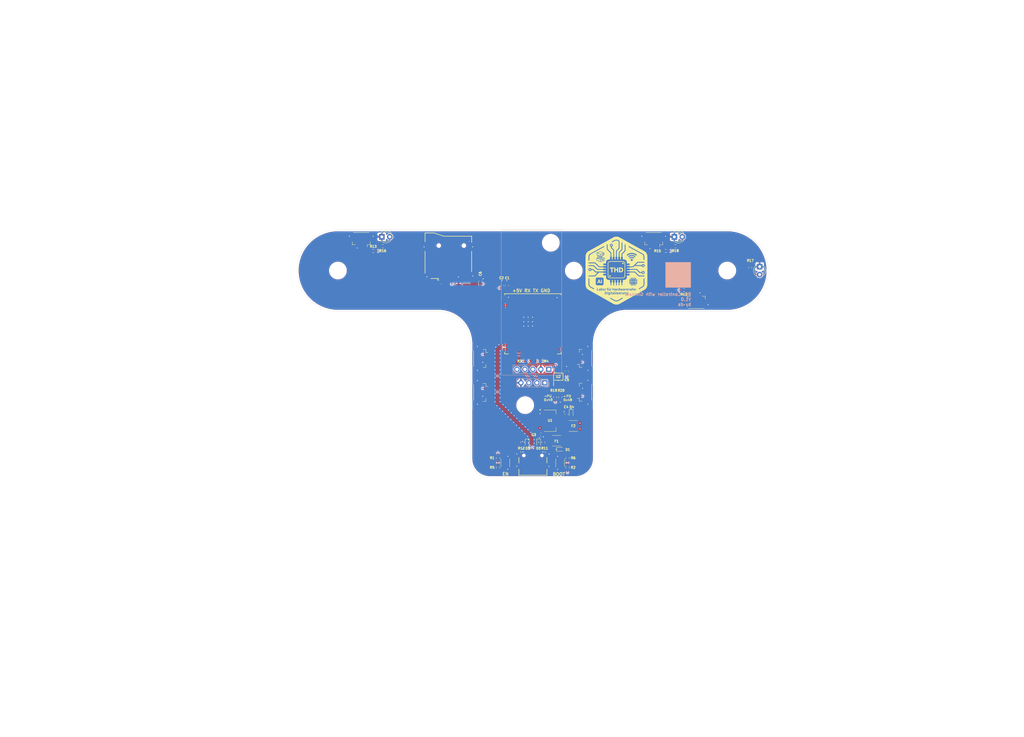
<source format=kicad_pcb>
(kicad_pcb (version 20241229) (generator "pcbnew") (generator_version "9.0")
  (layers (0 "F.Cu" signal) (4 "In1.Cu" signal) (6 "In2.Cu" signal) (2 "B.Cu" signal) (13 "F.Paste" user) (15 "B.Paste" user) (5 "F.SilkS" user "F.Silkscreen") (7 "B.SilkS" user "B.Silkscreen") (1 "F.Mask" user) (3 "B.Mask" user) (25 "Edge.Cuts" user))
  (net 0 "")
  (net 1 "+3V3")
  (net 2 "GND")
  (net 3 "+5V")
  (net 4 "Net-(U1-VO)")
  (net 5 "/ESP32/USB_N")
  (net 6 "/ESP32/USB_P")
  (net 7 "Net-(D5-A)")
  (net 8 "Net-(D6-A)")
  (net 9 "Net-(D7-A)")
  (net 10 "Net-(F1-Pad2)")
  (net 12 "ESP_EN")
  (net 16 "/ESP32/IO_Man_Auto_Mode")
  (net 19 "/ESP32/SD_MOSI")
  (net 22 "/ADS1015/SCL")
  (net 23 "/ESP32/SD_CS")
  (net 24 "BOOT0")
  (net 25 "/ESP32/SD_CLK")
  (net 30 "/ESP32/IO_Arm")
  (net 31 "/ESP32/IO_Failsafe")
  (net 33 "/ESP32/SD_MISO")
  (net 36 "/ELRS_Transceiver/SPORT")
  (net 41 "/ADS1015/SDA")
  (net 42 "/ADS1015/AIO1")
  (net 43 "/ADS1015/AIO0")
  (net 44 "/ADS1015/AIO3")
  (net 45 "/ADS1015/AIO2")
  (net 46 "Net-(J5-CC2)")
  (net 48 "Net-(J5-CC1)")
  (net 50 "Net-(J6-Pin_1)")
  (net 51 "Net-(J7-Pin_1)")
  (net 52 "Net-(J8-Pin_1)")
  (net 53 "TX")
  (net 54 "RX")
  (net 58 "Net-(SW1-A)")
  (net 59 "Net-(SW2-A)")
  (net 60 "Net-(U2-ADDR)")
  (footprint "MountingHole:MountingHole_2.7mm_M2.5" (layer "F.Cu") (at 161.5694 68.9356)
    (property "Reference" "H4" (hide yes))
    (property "Value" "MountingHole")
  )
  (footprint "Resistor_SMD:R_0603_1608Metric" (layer "F.Cu") (at 159.5882 128.651 -90)
    (property "Reference" "R6")
    (property "Value" "470R")
  )
  (footprint "ProjectFootprints:KMR421NGLFS" (layer "F.Cu") (at 157.226 130.175 90)
    (property "Reference" "SW2" (hide yes))
    (property "Value" "KMR421NGLFS")
  )
  (footprint "Resistor_SMD:R_0603_1608Metric" (layer "F.Cu") (at 190.881 62.6618)
    (property "Reference" "R15")
    (property "Value" "10k")
  )
  (footprint "LED_THT:LED_D3.0mm" (layer "F.Cu") (at 193.5988 58.15395)
    (property "Reference" "D7" (hide yes))
    (property "Value" "LED_Red")
  )
  (footprint "Connector_Molex:Molex_PicoBlade_53398-0371_1x03-1MP_P1.25mm_Vertical" (layer "F.Cu") (at 200.5684 78.3068)
    (property "Reference" "J7" (hide yes))
    (property "Value" "JST_MOLEX-1.25-3P")
  )
  (footprint "ProjectFootprints:USB_C_2.0" (layer "F.Cu") (at 148.5392 130.175)
    (property "Reference" "J5" (hide yes))
    (property "Value" "USB_C_2.0" (hide yes))
  )
  (footprint "Resistor_SMD:R_0603_1608Metric" (layer "F.Cu") (at 145.2264 123.6446 90)
    (property "Reference" "R12")
    (property "Value" "5k1")
  )
  (footprint "ProjectFootprints:ADS1015IDGSR" (layer "F.Cu") (at 156.6418 102.7176 90)
    (property "Reference" "U2")
    (property "Value" "ADS1015IDGSR" (hide yes))
  )
  (footprint "MountingHole:MountingHole_2.7mm_M2.5" (layer "F.Cu") (at 146.0754 111.8108)
    (property "Reference" "H1" (hide yes))
    (property "Value" "MountingHole")
  )
  (footprint "Capacitor_SMD:C_0603_1608Metric" (layer "F.Cu") (at 140.2588 73.6854 90)
    (property "Reference" "C1")
    (property "Value" "100n")
  )
  (footprint "LED_THT:LED_D3.0mm" (layer "F.Cu") (at 220.7768 67.6402 -90)
    (property "Reference" "D6" (hide yes))
    (property "Value" "LED_Red")
  )
  (footprint "Connector_Molex:Molex_PicoBlade_53398-0371_1x03-1MP_P1.25mm_Vertical" (layer "F.Cu") (at 187.0202 59.4614 180)
    (property "Reference" "J8" (hide yes))
    (property "Value" "JST_MOLEX-1.25-3P")
  )
  (footprint "MountingHole:MountingHole_2.7mm_M2.5" (layer "F.Cu") (at 86.431885 68.897106)
    (property "Reference" "H2" (hide yes))
    (property "Value" "MountingHole")
  )
  (footprint "Resistor_SMD:R_0603_1608Metric" (layer "F.Cu") (at 97.6884 62.6618)
    (property "Reference" "R13")
    (property "Value" "10k")
  )
  (footprint "Connector_Molex:Molex_PicoBlade_53398-0371_1x03-1MP_P1.25mm_Vertical" (layer "F.Cu") (at 164.55 107.696 90)
    (property "Reference" "J2" (hide yes))
    (property "Value" "JST_MOLEX-1.25-3P")
  )
  (footprint "Resistor_SMD:R_0603_1608Metric" (layer "F.Cu") (at 100.7364 61.1632 180)
    (property "Reference" "R16")
    (property "Value" "120R")
  )
  (footprint "Connector_Molex:Molex_PicoBlade_53398-0371_1x03-1MP_P1.25mm_Vertical" (layer "F.Cu") (at 132.3594 96.901 -90)
    (property "Reference" "J3" (hide yes))
    (property "Value" "JST_MOLEX-1.25-3P")
  )
  (footprint "Resistor_SMD:R_0603_1608Metric" (layer "F.Cu") (at 159.5882 131.699 -90)
    (property "Reference" "R2")
    (property "Value" "12k")
  )
  (footprint "Resistor_SMD:R_0603_1608Metric" (layer "F.Cu") (at 217.7796 67.9704 90)
    (property "Reference" "R17")
    (property "Value" "120R")
  )
  (footprint "Diode_SMD:D_SOD-523" (layer "F.Cu") (at 157.3276 125.8824)
    (property "Reference" "D1")
    (property "Value" "ESD5Zxx")
  )
  (footprint "Resistor_SMD:R_0603_1608Metric" (layer "F.Cu") (at 193.9462 61.15805 180)
    (property "Reference" "R18")
    (property "Value" "120R")
  )
  (footprint "Resistor_SMD:R_0603_1608Metric" (layer "F.Cu") (at 150.0754 97.8154 180)
    (property "Reference" "R4")
    (property "Value" "2k2")
  )
  (footprint "Connector_Molex:Molex_PicoBlade_53398-0371_1x03-1MP_P1.25mm_Vertical" (layer "F.Cu") (at 164.55 96.8756 90)
    (property "Reference" "J1" (hide yes))
    (property "Value" "JST_MOLEX-1.25-3P")
  )
  (footprint "Capacitor_SMD:C_0603_1608Metric" (layer "F.Cu") (at 138.7218 73.6854 90)
    (property "Reference" "C2")
    (property "Value" "22u")
  )
  (footprint "Diode_SMD:D_SOD-523" (layer "F.Cu") (at 150.3572 123.8732 -90)
    (property "Reference" "D3")
    (property "Value" "ESD5Zxx")
  )
  (footprint "ProjectFootprints:KMR421NGLFS" (layer "F.Cu") (at 139.7762 130.175 -90)
    (property "Reference" "SW1" (hide yes))
    (property "Value" "KMR421NGLFS")
  )
  (footprint "Resistor_SMD:R_0603_1608Metric" (layer "F.Cu") (at 155.6512 109.2708 90)
    (property "Reference" "R19")
    (property "Value" "10k")
  )
  (footprint "Connector_Molex:Molex_PicoBlade_53398-0371_1x03-1MP_P1.25mm_Vertical" (layer "F.Cu") (at 132.3594 107.7468 -90)
    (property "Reference" "J4" (hide yes))
    (property "Value" "JST_MOLEX-1.25-3P")
  )
  (footprint "Resistor_SMD:R_0603_1608Metric" (layer "F.Cu") (at 151.8558 123.6446 90)
    (property "Reference" "R11")
    (property "Value" "5k1")
  )
  (footprint "Connector_Molex:Molex_PicoBlade_53398-0371_1x03-1MP_P1.25mm_Vertical" (layer "F.Cu") (at 93.8476 59.456 180)
    (property "Reference" "J6" (hide yes))
    (property "Value" "JST_MOLEX-1.25-3P")
  )
  (footprint "ProjectFootprints:MSD1A" (layer "F.Cu") (at 121.612199 64.841 180)
    (property "Reference" "J11" (hide yes))
    (property "Value" "Micro_SD_Card" (hide yes))
  )
  (footprint "ProjectFootprints:logo" (layer "F.Cu") (at 175.1584 68.9102)
    (property "Reference" "G***" (hide yes))
    (property "Value" "LOGO" (hide yes))
  )
  (footprint "Capacitor_SMD:C_0603_1608Metric" (layer "F.Cu") (at 151.0884 121.2128)
    (property "Reference" "C3")
    (property "Value" "1uF")
  )
  (footprint "Resistor_SMD:R_0603_1608Metric" (layer "F.Cu") (at 157.2592 109.2804 -90)
    (property "Reference" "R20")
    (property "Value" "10k")
  )
  (footprint "Diode_SMD:D_SOD-523" (layer "F.Cu") (at 160.7404 114.4564 -90)
    (property "Reference" "D4")
    (property "Value" "ESD5Zxx")
  )
  (footprint "Capacitor_SMD:C_0603_1608Metric" (layer "F.Cu") (at 159.2834 101.0412 90)
    (property "Reference" "C5")
    (property "Value" "100n")
  )
  (footprint "Resistor_SMD:R_0603_1608Metric" (layer "F.Cu") (at 147.0406 97.8154)
    (property "Reference" "R3")
    (property "Value" "2k2")
  )
  (footprint "MountingHole:MountingHole_2.7mm_M2.5" (layer "F.Cu") (at 210.450304 68.897406)
    (property "Reference" "H3" (hide yes))
    (property "Value" "MountingHole")
  )
  (footprint "Capacitor_SMD:C_0603_1608Metric" (layer "F.Cu") (at 131.8006 72.2884 90)
    (property "Reference" "C6")
    (property "Value" "100n")
  )
  (footprint "Diode_SMD:D_SOD-523" (layer "F.Cu") (at 146.725 123.8732 -90)
    (property "Reference" "D2")
    (property "Value" "ESD5Zxx")
  )
  (footprint "LED_THT:LED_D3.0mm" (layer "F.Cu") (at 100.4062 58.1406)
    (property "Reference" "D5" (hide yes))
    (property "Value" "LED_Blue")
  )
  (footprint "Fuse:Fuse_1812_4532Metric" (layer "F.Cu") (at 161.4262 118.4442 180)
    (property "Reference" "F2")
    (property "Value" "Fuse_1812")
  )
  (footprint "Package_TO_SOT_SMD:SOT-223-3_TabPin2" (layer "F.Cu") (at 153.9998 116.7892)
    (property "Reference" "U1")
    (property "Value" "TLV1117LV33DCYR")
  )
  (footprint "Resistor_SMD:R_0603_1608Metric" (layer "F.Cu") (at 137.414 131.699 90)
    (property "Reference" "R5")
    (property "Value" "470R")
  )
  (footprint "Resistor_SMD:R_0603_1608Metric" (layer "F.Cu") (at 137.414 128.651 90)
    (property "Reference" "R1")
    (property "Value" "12k")
  )
  (footprint "Fuse:Fuse_1812_4532Metric" (layer "F.Cu") (at 156.083 123.1476 180)
    (property "Reference" "F1")
    (property "Value" "Fuse_1812")
  )
  (footprint "Resistor_SMD:R_0603_1608Metric" (layer "F.Cu") (at 196.6976 75.1078 180)
    (property "Reference" "R14")
    (property "Value" "10k")
  )
  (footprint "Capacitor_SMD:C_0603_1608Metric" (layer "F.Cu") (at 159.2164 114.685 90)
    (property "Reference" "C4")
    (property "Value" "1uF")
  )
  (footprint "ProjectFootprints:ESP32-S3-WROOM-1U-N16" (layer "F.Cu") (at 148.5376 85.8786)
    (property "Reference" "IC1" (hide yes))
    (property "Value" "ESP32-S3-WROOM-1U-N16" (hide yes))
  )
  (footprint "Connector_PinHeader_2.54mm:PinHeader_1x04_P2.54mm_Vertical" (layer "B.Cu") (at 152.3392 104.6734 90)
    (property "Reference" "J9" (hide yes))
    (property "Value" "TTL_Header")
  )
  (footprint "ProjectFootprints:SX1280_Transceiver" (layer "B.Cu") (at 148.8694 51.3588 180)
    (property "Reference" "J10" (hide yes))
    (property "Value" "Transceiver_Socket")
  )
  (gr_rect (start 190.8058 66.2696) (end 198.8058 74.2696) (stroke (width 0.1)) (fill yes) (layer "B.SilkS"))
  (gr_line (start 128.763895 128.905077) (end 128.759588 92.1255) (stroke (width 0.05)) (layer "Edge.Cuts"))
  (gr_arc (start 118.525551 81.889) (mid 125.762258 84.888072) (end 128.759588 92.1255) (stroke (width 0.05)) (layer "Edge.Cuts"))
  (gr_arc (start 86.431894 81.889106) (mid 77.245938 78.083413) (end 73.441094 68.897106) (stroke (width 0.05)) (layer "Edge.Cuts"))
  (gr_arc (start 168.1226 92.1258) (mid 171.11993 84.888372) (end 178.356637 81.8893) (stroke (width 0.05)) (layer "Edge.Cuts"))
  (gr_line (start 168.126905 128.905377) (end 168.1226 92.1258) (stroke (width 0.05)) (layer "Edge.Cuts"))
  (gr_line (start 178.356637 81.8893) (end 210.450294 81.889406) (stroke (width 0.05)) (layer "Edge.Cuts"))
  (gr_line (start 86.431875 55.905106) (end 210.450313 55.905406) (stroke (width 0.05)) (layer "Edge.Cuts"))
  (gr_arc (start 223.441094 68.897406) (mid 219.63625 78.083713) (end 210.450294 81.889406) (stroke (width 0.05)) (layer "Edge.Cuts"))
  (gr_arc (start 168.126905 128.905377) (mid 166.368141 133.145447) (end 162.126906 134.9014) (stroke (width 0.05)) (layer "Edge.Cuts"))
  (gr_arc (start 210.450313 55.905406) (mid 219.636256 59.711106) (end 223.441094 68.897406) (stroke (width 0.05)) (layer "Edge.Cuts"))
  (gr_arc (start 134.763894 134.9011) (mid 130.522659 133.145147) (end 128.763895 128.905077) (stroke (width 0.05)) (layer "Edge.Cuts"))
  (gr_arc (start 73.441094 68.897106) (mid 77.245932 59.710806) (end 86.431875 55.905106) (stroke (width 0.05)) (layer "Edge.Cuts"))
  (gr_line (start 118.525551 81.889) (end 86.431894 81.889106) (stroke (width 0.05)) (layer "Edge.Cuts"))
  (gr_line (start 134.763894 134.9011) (end 162.126906 134.9014) (stroke (width 0.05)) (layer "Edge.Cuts"))
  (gr_text "EN" (at 138.7094 134.3406 0) (layer "F.SilkS") (effects (font (size 1 1) (thickness 0.2) (bold yes)) (justify left bottom)))
  (gr_text "←PD\n0x48" (at 158.1658 110.5916 0) (layer "F.SilkS") (effects (font (size 0.75 0.75) (thickness 0.15) (bold yes)) (justify left bottom)))
  (gr_text "BOOT" (at 154.7622 134.3914 0) (layer "F.SilkS") (effects (font (size 1 1) (thickness 0.2) (bold yes)) (justify left bottom)))
  (gr_text "→PU\n0x49" (at 151.9682 110.5662 0) (layer "F.SilkS") (effects (font (size 0.75 0.75) (thickness 0.15) (bold yes)) (justify left bottom)))
  (gr_text "+5V RX TX GND" (at 141.8844 75.8952 0) (layer "F.SilkS") (effects (font (size 1 1) (thickness 0.2) (bold yes)) (justify left bottom)))
  (gr_text "RC-Controller with Gimbals\nV1.0\nby ds" (at 199.0598 80.264 -0) (layer "B.SilkS") (effects (font (size 1 1) (thickness 0.2) (bold yes)) (justify left bottom mirror)))
  (segment (start 158.4328 101.8162) (end 159.2834 101.8162) (width 0.2) (layer "F.Cu") (net 1))
  (segment (start 155.6512 110.8202) (end 155.702 110.871) (width 0.2) (layer "F.Cu") (net 1))
  (segment (start 163.4074 118.4442) (end 163.5637 118.4442) (width 0.3) (layer "F.Cu") (net 1))
  (segment (start 138.0998 78.4733) (end 138.0998 76.2254) (width 0.2) (layer "F.Cu") (net 1))
  (segment (start 140.2588 75.565) (end 140.2588 74.4604) (width 0.2) (layer "F.Cu") (net 1))
  (segment (start 132.588 106.4514) (end 132.593399 106.4568) (width 0.2) (layer "F.Cu") (net 1))
  (segment (start 159.2834 102.6668) (end 159.3088 102.6922) (width 0.3) (layer "F.Cu") (net 1))
  (segment (start 159.2834 101.8162) (end 159.2834 102.6668) (width 0.3) (layer "F.Cu") (net 1))
  (segment (start 159.5882 133.2992) (end 159.5628 133.3246) (width 0.2) (layer "F.Cu") (net 1))
  (segment (start 160.7404 115.1564) (end 160.7404 118.0632) (width 0.3) (layer "F.Cu") (net 1))
  (segment (start 155.6512 110.0958) (end 155.6512 110.8202) (width 0.2) (layer "F.Cu") (net 1))
  (segment (start 98.5134 62.6618) (end 99.314 62.6618) (width 0.2) (layer "F.Cu") (net 1))
  (segment (start 156.7942 99.3394) (end 158.115 99.3394) (width 0.2) (layer "F.Cu") (net 1))
  (segment (start 122.662199 73.157599) (end 122.682 73.1774) (width 0.2) (layer "F.Cu") (net 1))
  (segment (start 161.1214 118.4442) (end 163.4074 118.4442) (width 0.3) (layer "F.Cu") (net 1))
  (segment (start 151.6634 97.8154) (end 151.6888 97.79) (width 0.2) (layer "F.Cu") (net 1))
  (segment (start 139.8524 75.9714) (end 140.2588 75.565) (width 0.2) (layer "F.Cu") (net 1))
  (segment (start 137.414 127.826) (end 137.414 127.0762) (width 0.2) (layer "F.Cu") (net 1))
  (segment (start 137.8582 74.4604) (end 137.8458 74.4728) (width 0.3) (layer "F.Cu") (net 1))
  (segment (start 158.115 99.3394) (end 158.2928 99.5172) (width 0.2) (layer "F.Cu") (net 1))
  (segment (start 146.2156 97.8154) (end 145.4658 97.8154) (width 0.2) (layer "F.Cu") (net 1))
  (segment (start 138.7218 74.4604) (end 137.8582 74.4604) (width 0.3) (layer "F.Cu") (net 1))
  (segment (start 164.3326 108.9606) (end 163.3 108.9606) (width 0.2) (layer "F.Cu") (net 1))
  (segment (start 156.6418 100.5176) (end 156.6418 99.4918) (width 0.2) (layer "F.Cu") (net 1))
  (segment (start 158.2928 101.6762) (end 158.4328 101.8162) (width 0.2) (layer "F.Cu") (net 1))
  (segment (start 138.0998 76.2254) (end 138.3538 75.9714) (width 0.2) (layer "F.Cu") (net 1))
  (segment (start 131.9146 73.1774) (end 131.8006 73.0634) (width 0.2) (layer "F.Cu") (net 1))
  (segment (start 132.568 95.6364) (end 133.6006 95.6364) (width 0.2) (layer "F.Cu") (net 1))
  (segment (start 139.7876 78.7386) (end 138.3651 78.7386) (width 0.2) (layer "F.Cu") (net 1))
  (segment (start 158.2928 99.5172) (end 158.2928 101.6762) (width 0.2) (layer "F.Cu") (net 1))
  (segment (start 160.7404 118.0632) (end 161.1214 118.4442) (width 0.3) (layer "F.Cu") (net 1))
  (segment (start 138.3538 75.9714) (end 139.8524 75.9714) (width 0.2) (layer "F.Cu") (net 1))
  (segment (start 132.5626 95.631) (end 132.568 95.6364) (width 0.2) (layer "F.Cu") (net 1))
  (segment (start 140.2588 74.4604) (end 138.7218 74.4604) (width 0.3) (layer "F.Cu") (net 1))
  (segment (start 191.706 62.6618) (end 192.4304 62.6618) (width 0.2) (layer "F.Cu") (net 1))
  (segment (start 195.8726 75.1078) (end 195.0974 75.1078) (width 0.2) (layer "F.Cu") (net 1))
  (segment (start 164.3072 98.1402) (end 163.2746 98.1402) (width 0.2) (layer "F.Cu") (net 1))
  (segment (start 164.338 108.966) (end 164.3326 108.9606) (width 0.2) (layer "F.Cu") (net 1))
  (segment (start 150.9004 97.8154) (end 151.6634 97.8154) (width 0.2) (layer "F.Cu") (net 1))
  (segment (start 159.5882 132.524) (end 159.5882 133.2992) (width 0.2) (layer "F.Cu") (net 1))
  (segment (start 138.3651 78.7386) (end 138.0998 78.4733) (width 0.2) (layer "F.Cu") (net 1))
  (segment (start 132.6388 73.1774) (end 131.9146 73.1774) (width 0.2) (layer "F.Cu") (net 1))
  (segment (start 122.662199 71.941) (end 122.662199 73.157599) (width 0.2) (layer "F.Cu") (net 1))
  (segment (start 192.4304 62.6618) (end 192.4558 62.6872) (width 0.2) (layer "F.Cu") (net 1))
  (segment (start 132.593399 106.4568) (end 133.626 106.4568) (width 0.2) (layer "F.Cu") (net 1))
  (segment (start 164.3126 98.1456) (end 164.3072 98.1402) (width 0.2) (layer "F.Cu") (net 1))
  (segment (start 156.6418 99.4918) (end 156.7942 99.3394) (width 0.2) (layer "F.Cu") (net 1))
  (via (at 159.5628 133.3246) (size 0.6) (drill 0.3) (layers "F.Cu" "B.Cu") (net 1))
  (via (at 122.682 73.1774) (size 0.6) (drill 0.3) (layers "F.Cu" "B.Cu") (net 1))
  (via (at 132.588 106.4514) (size 0.6) (drill 0.3) (layers "F.Cu" "B.Cu") (net 1))
  (via (at 137.414 127.0762) (size 0.6) (drill 0.3) (layers "F.Cu" "B.Cu") (net 1))
  (via (at 151.6888 97.79) (size 0.6) (drill 0.3) (layers "F.Cu" "B.Cu") (net 1))
  (via (at 155.702 110.871) (size 0.6) (drill 0.3) (layers "F.Cu" "B.Cu") (net 1))
  (via (at 132.6388 73.1774) (size 0.6) (drill 0.3) (layers "F.Cu" "B.Cu") (net 1))
  (via (at 132.5626 95.631) (size 0.6) (drill 0.3) (layers "F.Cu" "B.Cu") (net 1))
  (via (at 192.4558 62.6872) (size 0.6) (drill 0.3) (layers "F.Cu" "B.Cu") (net 1))
  (via (at 195.0974 75.1078) (size 0.6) (drill 0.3) (layers "F.Cu" "B.Cu") (net 1))
  (via (at 163.5598 119.3586) (size 0.6) (drill 0.3) (layers "F.Cu" "B.Cu") (net 1))
  (via (at 164.3126 98.1456) (size 0.6) (drill 0.3) (layers "F.Cu" "B.Cu") (net 1))
  (via (at 164.338 108.966) (size 0.6) (drill 0.3) (layers "F.Cu" "B.Cu") (net 1))
  (via (at 163.5598 117.5298) (size 0.6) (drill 0.3) (layers "F.Cu" "B.Cu") (net 1))
  (via (at 99.314 62.6618) (size 0.6) (drill 0.3) (layers "F.Cu" "B.Cu") (net 1))
  (via (at 159.3088 102.6922) (size 0.6) (drill 0.3) (layers "F.Cu" "B.Cu") (net 1))
  (via (at 137.8458 74.4728) (size 0.6) (drill 0.3) (layers "F.Cu" "B.Cu") (net 1))
  (via (at 145.4658 97.8154) (size 0.6) (drill 0.3) (layers "F.Cu" "B.Cu") (net 1))
  (segment (start 122.682 73.1774) (end 132.6388 73.1774) (width 0.2) (layer "B.Cu") (net 1))
  (segment (start 156.0322 125.8824) (end 156.0068 125.9078) (width 0.2) (layer "F.Cu") (net 2))
  (segment (start 145.2264 122.8196) (end 145.2264 123.3906) (width 0.2) (layer "F.Cu") (net 2))
  (segment (start 147.1422 122.7328) (end 147.1422 122.756) (width 0.2) (layer "F.Cu") (net 2))
  (segment (start 156.30065 77.4855) (end 156.26675 77.5194) (width 0.3) (layer "F.Cu") (net 2))
  (segment (start 124.8622 70.961199) (end 124.838 70.936999) (width 0.3) (layer "F.Cu") (net 2))
  (segment (start 156.6276 125.8824) (end 156.0322 125.8824) (width 0.2) (layer "F.Cu") (net 2))
  (segment (start 201.8184 77.0568) (end 201.8184 76.0122) (width 0.2) (layer "F.Cu") (net 2))
  (segment (start 157.2592 110.7904) (end 157.2768 110.808) (width 0.3) (layer "F.Cu") (net 2))
  (segment (start 185.7702 60.7114) (end 185.7702 61.8436) (width 0.2) (layer "F.Cu") (net 2))
  (segment (start 92.5976 61.7112) (end 92.6084 61.722) (width 0.2) (layer "F.Cu") (net 2))
  (segment (start 140.2458 72.123) (end 140.2334 72.1106) (width 0.2) (layer "F.Cu") (net 2))
  (segment (start 201.8184 76.0122) (end 201.803 75.9968) (width 0.2) (layer "F.Cu") (net 2))
  (segment (start 157.2592 110.1054) (end 157.2592 110.7904) (width 0.3) (layer "F.Cu") (net 2))
  (segment (start 156.6418 104.9176) (end 156.6418 103.934756) (width 0.2) (layer "F.Cu") (net 2))
  (segment (start 150.3572 123.1732) (end 150.3572 123.67) (width 0.2) (layer "F.Cu") (net 2))
  (segment (start 159.2834 100.2662) (end 159.2834 99.4796) (width 0.3) (layer "F.Cu") (net 2))
  (segment (start 164.3126 95.631) (end 164.3072 95.6256) (width 0.2) (layer "F.Cu") (net 2))
  (segment (start 151.039 122.8196) (end 151.8558 122.8196) (width 0.2) (layer "F.Cu") (net 2))
  (segment (start 151.8634 121.9168) (end 151.8666 121.92) (width 0.3) (layer "F.Cu") (net 2))
  (segment (start 124.8622 71.941001) (end 124.8622 70.961199) (width 0.3) (layer "F.Cu") (net 2))
  (segment (start 157.25495 77.4855) (end 156.30065 77.4855) (width 0.3) (layer "F.Cu") (net 2))
  (segment (start 185.7702 61.8436) (end 185.801 61.8744) (width 0.2) (layer "F.Cu") (net 2))
  (segment (start 138.7218 72.123) (end 138.7094 72.1106) (width 0.2) (layer "F.Cu") (net 2))
  (segment (start 132.5626 98.1456) (end 132.567999 98.151) (width 0.2) (layer "F.Cu") (net 2))
  (segment (start 151.8634 121.2128) (end 151.8634 121.9168) (width 0.3) (layer "F.Cu") (net 2))
  (segment (start 140.2458 72.9104) (end 140.2458 72.123) (width 0.2) (layer "F.Cu") (net 2))
  (segment (start 150.5712 122.3518) (end 151.039 122.8196) (width 0.2) (layer "F.Cu") (net 2))
  (segment (start 131.8006 71.5134) (end 132.6512 71.5134) (width 0.2) (layer "F.Cu") (net 2))
  (segment (start 158.505 113.91) (end 158.496 113.919) (width 0.3) (layer "F.Cu") (net 2))
  (segment (start 92.5976 60.706) (end 92.5976 61.7112) (width 0.2) (layer "F.Cu") (net 2))
  (segment (start 132.588 108.965999) (end 132.5934 108.9714) (width 0.2) (layer "F.Cu") (net 2))
  (segment (start 140.7419 77.4686) (end 140.7758 77.4347) (width 0.3) (layer "F.Cu") (net 2))
  (segment (start 132.5934 108.9714) (end 133.626 108.9714) (width 0.2) (layer "F.Cu") (net 2))
  (segment (start 132.6512 71.5134) (end 132.6896 71.5518) (width 0.2) (layer "F.Cu") (net 2))
  (segment (start 164.338 106.4514) (end 164.3326 106.446) (width 0.2) (layer "F.Cu") (net 2))
  (segment (start 139.7876 77.4686) (end 140.7419 77.4686) (width 0.3) (layer "F.Cu") (net 2))
  (segment (start 150.5712 122.174) (end 150.5712 122.3518) (width 0.2) (layer "F.Cu") (net 2))
  (segment (start 160.7404 113.7564) (end 160.7404 112.9324) (width 0.3) (layer "F.Cu") (net 2))
  (segment (start 147.1422 122.756) (end 146.725 123.1732) (width 0.2) (layer "F.Cu") (net 2))
  (segment (start 164.3072 95.6256) (end 163.2746 95.6256) (width 0.2) (layer "F.Cu") (net 2))
  (segment (start 164.3326 106.446) (end 163.3 106.446) (width 0.2) (layer "F.Cu") (net 2))
  (segment (start 159.2164 113.91) (end 158.505 113.91) (width 0.3) (layer "F.Cu") (net 2))
  (segment (start 138.7218 72.9104) (end 138.7218 72.123) (width 0.2) (layer "F.Cu") (net 2))
  (segment (start 132.567999 98.151) (end 133.6006 98.151) (width 0.2) (layer "F.Cu") (net 2))
  (via (at 138.0998 98.0186) (size 0.6) (drill 0.3) (layers "F.Cu" "B.Cu") (net 2))
  (via (at 196.7684 79.8068) (size 0.6) (drill 0.3) (layers "F.Cu" "B.Cu") (net 2))
  (via (at 150.3572 123.67) (size 0.6) (drill 0.3) (layers "F.Cu" "B.Cu") (net 2))
  (via (at 130.8594 111.5468) (size 0.6) (drill 0.3) (layers "F.Cu" "B.Cu") (net 2))
  (via (at 166.05 93.0756) (size 0.6) (drill 0.3) (layers "F.Cu" "B.Cu") (net 2))
  (via (at 136.4488 95.4786) (size 0.6) (drill 0.3) (layers "F.Cu" "B.Cu") (net 2))
  (via (at 138.0998 99.2886) (size 0.6) (drill 0.3) (layers "F.Cu" "B.Cu") (net 2))
  (via (at 142.5448 115.1636) (size 0.6) (drill 0.3) (layers "F.Cu" "B.Cu") (net 2))
  (via (at 151.7392 126.6939) (size 0.6) (drill 0.3) (layers "F.Cu" "B.Cu") (net 2))
  (via (at 130.8594 103.9468) (size 0.6) (drill 0.3) (layers "F.Cu" "B.Cu") (net 2))
  (via (at 138.0998 109.4486) (size 0.6) (drill 0.3) (layers "F.Cu" "B.Cu") (net 2))
  (via (at 145.075774 119.980574) (size 0.6) (drill 0.3) (layers "F.Cu" "B.Cu") (net 2))
  (via (at 114.7622 70.891) (size 0.6) (drill 0.3) (layers "F.Cu" "B.Cu") (net 2))
  (via (at 147.0376 83.7886) (size 0.6) (drill 0.3) (layers "F.Cu" "B.Cu") (net 2))
  (via (at 148.4376 86.5886) (size 0.6) (drill 0.3) (layers "F.Cu" "B.Cu") (net 2))
  (via (at 160.7404 112.9324) (size 0.6) (drill 0.3) (layers "F.Cu" "B.Cu") (net 2))
  (via (at 151.8666 121.92) (size 0.6) (drill 0.3) (layers "F.Cu" "B.Cu") (net 2))
  (via (at 136.4488 103.0986) (size 0.6) (drill 0.3) (layers "F.Cu" "B.Cu") (net 2))
  (via (at 159.2834 99.4796) (size 0.6) (drill 0.3) (layers "F.Cu" "B.Cu") (net 2))
  (via (at 138.0998 104.3686) (size 0.6) (drill 0.3) (layers "F.Cu" "B.Cu") (net 2))
  (via (at 148.4376 83.7886) (size 0.6) (drill 0.3) (layers "F.Cu" "B.Cu") (net 2))
  (via (at 141.519774 116.424574) (size 0.6) (drill 0.3) (layers "F.Cu" "B.Cu") (net 2))
  (via (at 136.4488 100.5586) (size 0.6) (drill 0.3) (layers "F.Cu" "B.Cu") (net 2))
  (via (at 185.801 61.8744) (size 0.6) (drill 0.3) (layers "F.Cu" "B.Cu") (net 2))
  (via (at 124.838 70.936999) (size 0.6) (drill 0.3) (layers "F.Cu" "B.Cu") (net 2))
  (via (at 201.803 75.9968) (size 0.6) (drill 0.3) (layers "F.Cu" "B.Cu") (net 2))
  (via (at 148.9456 122.7836) (size 0.6) (drill 0.3) (layers "F.Cu" "B.Cu") (net 2))
  (via (at 145.6376 83.7886) (size 0.6) (drill 0.3) (layers "F.Cu" "B.Cu") (net 2))
  (via (at 164.3126 95.631) (size 0.6) (drill 0.3) (layers "F.Cu" "B.Cu") (net 2))
  (via (at 148.4376 85.1886) (size 0.6) (drill 0.3) (layers "F.Cu" "B.Cu") (net 2))
  (via (at 138.997826 111.616626) (size 0.6) (drill 0.3) (layers "F.Cu" "B.Cu") (net 2))
  (via (at 137.0838 111.9886) (size 0.6) (drill 0.3) (layers "F.Cu" "B.Cu") (net 2))
  (via (at 136.7028 93.2942) (size 0.6) (drill 0.3) (layers "F.Cu" "B.Cu") (net 2))
  (via (at 153.6592 131.29) (size 0.6) (drill 0.3) (layers "F.Cu" "B.Cu") (net 2))
  (via (at 143.4192 131.29) (size 0.6) (drill 0.3) (layers "F.Cu" "B.Cu") (net 2))
  (via (at 156.426 128.125) (size 0.6) (drill 0.3) (layers "F.Cu" "B.Cu") (net 2))
  (via (at 139.741774 114.646574) (size 0.6) (drill 0.3) (layers "F.Cu" "B.Cu") (net 2))
  (via (at 141.646774 114.265574) (size 0.6) (drill 0.3) (layers "F.Cu" "B.Cu") (net 2))
  (via (at 138.0998 103.0986) (size 0.6) (drill 0.3) (layers "F.Cu" "B.Cu") (net 2))
  (via (at 148.9202 123.9774) (size 0.6) (drill 0.3) (layers "F.Cu" "B.Cu") (net 2))
  (via (at 129.3622 70.641) (size 0.6) (drill 0.3) (layers "F.Cu" "B.Cu") (net 2))
  (via (at 156.26675 77.5194) (size 0.6) (drill 0.3) (layers "F.Cu" "B.Cu") (net 2))
  (via (at 138.0998 100.5586) (size 0.6) (drill 0.3) (layers "F.Cu" "B.Cu") (net 2))
  (via (at 138.843748 113.748548) (size 0.6) (drill 0.3) (layers "F.Cu" "B.Cu") (net 2))
  (via (at 138.0998 108.1786) (size 0.6) (drill 0.3) (layers "F.Cu" "B.Cu") (net 2))
  (via (at 144.331826 116.950626) (size 0.6) (drill 0.3) (layers "F.Cu" "B.Cu") (net 2))
  (via (at 129.3622 61.341) (size 0.6) (drill 0.3) (layers "F.Cu" "B.Cu") (net 2))
  (via (at 139.868774 112.487574) (size 0.6) (drill 0.3) (layers "F.Cu" "B.Cu") (net 2))
  (via (at 142.408774 117.313574) (size 0.6) (drill 0.3) (layers "F.Cu" "B.Cu") (net 2))
  (via (at 147.1422 122.7328) (size 0.6) (drill 0.3) (layers "F.Cu" "B.Cu") (net 2))
  (via (at 140.5762 132.225) (size 0.6) (drill 0.3) (layers "F.Cu" "B.Cu") (net 2))
  (via (at 147.0376 85.1886) (size 0.6) (drill 0.3) (layers "F.Cu" "B.Cu") (net 2))
  (via (at 146.980774 119.599574) (size 0.6) (drill 0.3) (layers "F.Cu" "B.Cu") (net 2))
  (via (at 90.0476 57.956) (size 0.6) (drill 0.3) (layers "F.Cu" "B.Cu") (net 2))
  (via (at 153.6592 127.36) (size 0.6) (drill 0.3) (layers "F.Cu" "B.Cu") (net 2))
  (via (at 144.177748 119.082548) (size 0.6) (drill 0.3) (layers "F.Cu" "B.Cu") (net 2))
  (via (at 143.3068 118.2116) (size 0.6) (drill 0.3) (layers "F.Cu" "B.Cu") (net 2))
  (via (at 164.338 106.4514) (size 0.6) (drill 0.3) (layers "F.Cu" "B.Cu") (net 2))
  (via (at 140.7668 113.3856) (size 0.6) (drill 0.3) (layers "F.Cu" "B.Cu") (net 2))
  (via (at 138.0998 105.6386) (size 0.6) (drill 0.3) (layers "F.Cu" "B.Cu") (net 2))
  (via (at 158.496 113.919) (size 0.6) (drill 0.3) (layers "F.Cu" "B.Cu") (net 2))
  (via (at 138.0998 101.8286) (size 0.6) (drill 0.3) (layers "F.Cu" "B.Cu") (net 2))
  (via (at 113.8622 61.341) (size 0.6) (drill 0.3) (layers "F.Cu" "B.Cu") (net 2))
  (via (at 166.05 103.896) (size 0.6) (drill 0.3) (layers "F.Cu" "B.Cu") (net 2))
  (via (at 140.621748 115.526548) (size 0.6) (drill 0.3) (layers "F.Cu" "B.Cu") (net 2))
  (via (at 132.588 108.965999) (size 0.6) (drill 0.3) (layers "F.Cu" "B.Cu") (net 2))
  (via (at 136.4488 94.4626) (size 0.6) (drill 0.3) (layers "F.Cu" "B.Cu") (net 2))
  (via (at 145.3414 126.6939) (size 0.6) (drill 0.3) (layers "F.Cu" "B.Cu") (net 2))
  (via (at 143.4338 116.0526) (size 0.6) (drill 0.3) (layers "F.Cu" "B.Cu") (net 2))
  (via (at 145.955748 120.860548) (size 0.6) (drill 0.3) (layers "F.Cu" "B.Cu") (net 2))
  (via (at 156.6418 103.934756) (size 0.6) (drill 0.3) (layers "F.Cu" "B.Cu") (net 2))
  (via (at 136.4488 105.6386) (size 0.6) (drill 0.3) (layers "F.Cu" "B.Cu") (net 2))
  (via (at 138.0998 95.4786) (size 0.6) (drill 0.3) (layers "F.Cu" "B.Cu") (net 2))
  (via (at 146.1008 118.7196) (size 0.6) (drill 0.3) (layers "F.Cu" "B.Cu") (net 2))
  (via (at 183.2202 57.9614) (size 0.6) (drill 0.3) (layers "F.Cu" "B.Cu") (net 2))
  (via (at 97.6476 57.956) (size 0.6) (drill 0.3) (layers "F.Cu" "B.Cu") (net 2))
  (via (at 140.5762 128.125) (size 0.6) (drill 0.3) (layers "F.Cu" "B.Cu") (net 2))
  (via (at 136.4488 99.2886) (size 0.6) (drill 0.3) (layers "F.Cu" "B.Cu") (net 2))
  (via (at 147.8788 120.4976) (size 0.6) (drill 0.3) (layers "F.Cu" "B.Cu") (net 2))
  (via (at 145.2264 123.3906) (size 0.6) (drill 0.3) (layers "F.Cu" "B.Cu") (net 2))
  (via (at 138.0998 96.7486) (size 0.6) (drill 0.3) (layers "F.Cu" "B.Cu") (net 2))
  (via (at 157.2768 110.808) (size 0.6) (drill 0.3) (layers "F.Cu" "B.Cu") (net 2))
  (via (at 145.6376 86.5886) (size 0.6) (drill 0.3) (layers "F.Cu" "B.Cu") (net 2))
  (via (at 146.853774 121.758574) (size 0.6) (drill 0.3) (layers "F.Cu" "B.Cu") (net 2))
  (via (at 130.8594 93.101) (size 0.6) (drill 0.3) (layers "F.Cu" "B.Cu") (net 2))
  (via (at 147.148137 123.86309) (size 0.6) (drill 0.3) (layers "F.Cu" "B.Cu") (net 2))
  (via (at 136.4488 108.1786) (size 0.6) (drill 0.3) (layers "F.Cu" "B.Cu") (net 2))
  (via (at 138.7094 72.1106) (size 0.6) (drill 0.3) (layers "F.Cu" "B.Cu") (net 2))
  (via (at 136.4488 98.0186) (size 0.6) (drill 0.3) (layers "F.Cu" "B.Cu") (net 2))
  (via (at 132.6896 71.5518) (size 0.6) (drill 0.3) (layers "F.Cu" "B.Cu") (net 2))
  (via (at 140.2334 72.1106) (size 0.6) (drill 0.3) (layers "F.Cu" "B.Cu") (net 2))
  (via (at 143.4192 127.36) (size 0.6) (drill 0.3) (layers "F.Cu" "B.Cu") (net 2))
  (via (at 130.8594 100.701) (size 0.6) (drill 0.3) (layers "F.Cu" "B.Cu") (net 2))
  (via (at 150.5712 122.174) (size 0.6) (drill 0.3) (layers "F.Cu" "B.Cu") (net 2))
  (via (at 137.9728 112.8776) (size 0.6) (drill 0.3) (layers "F.Cu" "B.Cu") (net 2))
  (via (at 138.0998 110.7186) (size 0.6) (drill 0.3) (layers "F.Cu" "B.Cu") (net 2))
  (via (at 138.0998 94.4626) (size 0.6) (drill 0.3) (layers "F.Cu" "B.Cu") (net 2))
  (via (at 136.4488 104.3686) (size 0.6) (drill 0.3) (layers "F.Cu" "B.Cu") (net 2))
  (via (at 156.0068 125.9078) (size 0.6) (drill 0.3) (layers "F.Cu" "B.Cu") (net 2))
  (via (at 145.202774 117.821574) (size 0.6) (drill 0.3) (layers "F.Cu" "B.Cu") (net 2))
  (via (at 140.7758 77.4347) (size 0.6) (drill 0.3) (layers "F.Cu" "B.Cu") (net 2))
  (via (at 136.4488 109.4486) (size 0.6) (drill 0.3) (layers "F.Cu" "B.Cu") (net 2))
  (via (at 136.4488 96.7486) (size 0.6) (drill 0.3) (layers "F.Cu" "B.Cu") (net 2))
  (via (at 145.6376 85.1886) (size 0.6) (drill 0.3) (layers "F.Cu" "B.Cu") (net 2))
  (via (at 132.5626 98.1456) (size 0.6) (drill 0.3) (layers "F.Cu" "B.Cu") (net 2))
  (via (at 137.7188 92.583) (size 0.6) (drill 0.3) (layers "F.Cu" "B.Cu") (net 2))
  (via (at 166.05 100.6756) (size 0.6) (drill 0.3) (layers "F.Cu" "B.Cu") (net 2))
  (via (at 147.0376 86.5886) (size 0.6) (drill 0.3) (layers "F.Cu" "B.Cu") (net 2))
  (via (at 138.0998 106.9086) (size 0.6) (drill 0.3) (layers "F.Cu" "B.Cu") (net 2))
  (via (at 150.8498 114.4892) (size 0.6) (drill 0.3) (layers "F.Cu" "B.Cu") (net 2))
  (via (at 136.4488 106.9086) (size 0.6) (drill 0.3) (layers "F.Cu" "B.Cu") (net 2))
  (via (at 136.4488 101.8286) (size 0.6) (drill 0.3) (layers "F.Cu" "B.Cu") (net 2))
  (via (at 204.3684 79.8068) (size 0.6) (drill 0.3) (layers "F.Cu" "B.Cu") (net 2))
  (via (at 166.05 111.496) (size 0.6) (drill 0.3) (layers "F.Cu" "B.Cu") (net 2))
  (via (at 190.8202 57.9614) (size 0.6) (drill 0.3) (layers "F.Cu" "B.Cu") (net 2))
  (via (at 148.7678 121.3866) (size 0.6) (drill 0.3) (layers "F.Cu" "B.Cu") (net 2))
  (via (at 136.4488 110.7186) (size 0.6) (drill 0.3) (layers "F.Cu" "B.Cu") (net 2))
  (via (at 92.6084 61.722) (size 0.6) (drill 0.3) (layers "F.Cu" "B.Cu") (net 2))
  (via (at 156.426 132.225) (size 0.6) (drill 0.3) (layers "F.Cu" "B.Cu") (net 2))
  (segment (start 150.8498 120.0036) (end 150.3134 120.54) (width 0.3) (layer "F.Cu") (net 3))
  (segment (start 158.2205 125.1195) (end 158.0276 125.3124) (width 0.3) (layer "F.Cu") (net 3))
  (segment (start 150.3134 120.54) (end 150.3134 121.2128) (width 0.3) (layer "F.Cu") (net 3))
  (segment (start 158.2205 123.1476) (end 155.8628 123.1476) (width 0.3) (layer "F.Cu") (net 3))
  (segment (start 155.2956 122.5804) (end 155.2956 119.5578) (width 0.3) (layer "F.Cu") (net 3))
  (segment (start 155.8628 123.1476) (end 155.2956 122.5804) (width 0.3) (layer "F.Cu") (net 3))
  (segment (start 150.8498 119.0892) (end 150.8498 120.0036) (width 0.3) (layer "F.Cu") (net 3))
  (segment (start 158.0276 125.3124) (end 158.0276 125.8824) (width 0.3) (layer "F.Cu") (net 3))
  (segment (start 158.2205 123.1476) (end 158.2205 125.1195) (width 0.3) (layer "F.Cu") (net 3))
  (segment (start 155.2956 119.5578) (end 154.827 119.0892) (width 0.3) (layer "F.Cu") (net 3))
  (segment (start 154.827 119.0892) (end 150.8498 119.0892) (width 0.3) (layer "F.Cu") (net 3))
  (via (at 150.8498 119.0892) (size 0.6) (drill 0.3) (layers "F.Cu" "B.Cu") (net 3))
  (segment (start 157.1498 116.7892) (end 158.2044 116.7892) (width 0.3) (layer "F.Cu") (net 4))
  (segment (start 158.2044 116.7892) (end 158.6576 116.336) (width 0.3) (layer "F.Cu") (net 4))
  (segment (start 159.2164 116.2852) (end 159.2887 116.2129) (width 0.3) (layer "F.Cu") (net 4))
  (segment (start 159.2887 115.5323) (end 159.2164 115.46) (width 0.3) (layer "F.Cu") (net 4))
  (segment (start 150.8498 116.7892) (end 157.1498 116.7892) (width 0.3) (layer "F.Cu") (net 4))
  (segment (start 159.2164 116.2852) (end 159.2887 116.3575) (width 0.3) (layer "F.Cu") (net 4))
  (segment (start 159.1656 116.336) (end 159.2164 116.2852) (width 0.3) (layer "F.Cu") (net 4))
  (segment (start 159.2887 116.3575) (end 159.2887 118.4442) (width 0.3) (layer "F.Cu") (net 4))
  (segment (start 159.2887 116.2129) (end 159.2887 115.5323) (width 0.3) (layer "F.Cu") (net 4))
  (segment (start 158.6576 116.336) (end 159.1656 116.336) (width 0.3) (layer "F.Cu") (net 4))
  (segment (start 147.7892 127.61) (end 147.7892 126.785) (width 0.2) (layer "F.Cu") (net 5))
  (segment (start 148.7892 127.61) (end 148.7892 126.785) (width 0.2) (layer "F.Cu") (net 5))
  (segment (start 147.7892 125.922499) (end 147.83205 125.879649) (width 0.1643) (layer "F.Cu") (net 5))
  (segment (start 147.2808 124.5732) (end 146.725 124.5732) (width 0.1643) (layer "F.Cu") (net 5))
  (segment (start 148.7392 127.66) (end 148.7892 127.61) (width 0.2) (layer "F.Cu") (net 5))
  (segment (start 147.83205 125.49065) (end 147.6142 125.2728) (width 0.1643) (layer "F.Cu") (net 5))
  (segment (start 147.6142 125.2728) (end 147.6142 124.9066) (width 0.1643) (layer "F.Cu") (net 5))
  (segment (start 147.7892 126.785) (end 147.7892 125.922499) (width 0.1643) (layer "F.Cu") (net 5))
  (segment (start 147.7892 127.61) (end 147.8392 127.66) (width 0.2) (layer "F.Cu") (net 5))
  (segment (start 147.8392 127.66) (end 148.7392 127.66) (width 0.2) (layer "F.Cu") (net 5))
  (segment (start 147.6142 124.9066) (end 147.2808 124.5732) (width 0.1643) (layer "F.Cu") (net 5))
  (segment (start 147.83205 125.879649) (end 147.83205 125.49065) (width 0.1643) (layer "F.Cu") (net 5))
  (via (at 147.6142 125.2728) (size 0.6) (drill 0.3) (layers "F.Cu" "B.Cu") (net 5))
  (via (at 139.7876 92.7086) (size 0.6) (drill 0.3) (layers "F.Cu" "B.Cu") (net 5))
  (segment (start 147.6142 125.2728) (end 147.83205 125.05495) (width 0.1643) (layer "B.Cu") (net 5))
  (segment (start 138.234749 93.13645) (end 138.662599 92.7086) (width 0.1643) (layer "B.Cu") (net 5))
  (segment (start 147.83205 121.886806) (end 137.05445 111.109206) (width 0.1643) (layer "B.Cu") (net 5))
  (segment (start 147.83205 125.05495) (end 147.83205 121.886806) (width 0.1643) (layer "B.Cu") (net 5))
  (segment (start 137.05445 94.021194) (end 137.939194 93.13645) (width 0.1643) (layer "B.Cu") (net 5))
  (segment (start 138.662599 92.7086) (end 139.7876 92.7086) (width 0.1643) (layer "B.Cu") (net 5))
  (segment (start 137.939194 93.13645) (end 138.234749 93.13645) (width 0.1643) (layer "B.Cu") (net 5))
  (segment (start 137.05445 111.109206) (end 137.05445 94.021194) (width 0.1643) (layer "B.Cu") (net 5))
  (segment (start 148.2892 126.785) (end 148.2892 125.922499) (width 0.1643) (layer "F.Cu") (net 6))
  (segment (start 148.971 125.2728) (end 149.6706 124.5732) (width 0.1643) (layer "F.Cu") (net 6))
  (segment (start 149.6706 124.5732) (end 150.3572 124.5732) (width 0.1643) (layer "F.Cu") (net 6))
  (segment (start 148.2892 125.96) (end 148.3392 125.91) (width 0.2) (layer "F.Cu") (net 6))
  (segment (start 148.24635 125.49065) (end 148.4642 125.2728) (width 0.1643) (layer "F.Cu") (net 6))
  (segment (start 148.4642 125.2728) (end 148.971 125.2728) (width 0.1643) (layer "F.Cu") (net 6))
  (segment (start 148.2892 125.922499) (end 148.24635 125.879649) (width 0.1643) (layer "F.Cu") (net 6))
  (segment (start 148.24635 125.879649) (end 148.24635 125.49065) (width 0.1643) (layer "F.Cu") (net 6))
  (segment (start 148.3392 125.91) (end 149.2392 125.91) (width 0.2) (layer "F.Cu") (net 6))
  (segment (start 148.2892 126.785) (end 148.2892 125.96) (width 0.2) (layer "F.Cu") (net 6))
  (segment (start 149.2892 125.96) (end 149.2892 126.785) (width 0.2) (layer "F.Cu") (net 6))
  (segment (start 149.2392 125.91) (end 149.2892 125.96) (width 0.2) (layer "F.Cu") (net 6))
  (via (at 148.4642 125.2728) (size 0.6) (drill 0.3) (layers "F.Cu" "B.Cu") (net 6))
  (via (at 139.7876 93.9786) (size 0.6) (drill 0.3) (layers "F.Cu" "B.Cu") (net 6))
  (segment (start 148.4642 125.2728) (end 148.24635 125.05495) (width 0.1643) (layer "B.Cu") (net 6))
  (segment (start 138.110806 93.55075) (end 138.234749 93.55075) (width 0.1643) (layer "B.Cu") (net 6))
  (segment (start 138.662599 93.9786) (end 139.7876 93.9786) (width 0.1643) (layer "B.Cu") (net 6))
  (segment (start 148.24635 125.05495) (end 148.24635 121.715194) (width 0.1643) (layer "B.Cu") (net 6))
  (segment (start 137.46875 94.192806) (end 138.110806 93.55075) (width 0.1643) (layer "B.Cu") (net 6))
  (segment (start 137.46875 110.937594) (end 137.46875 94.192806) (width 0.1643) (layer "B.Cu") (net 6))
  (segment (start 138.234749 93.55075) (end 138.662599 93.9786) (width 0.1643) (layer "B.Cu") (net 6))
  (segment (start 148.24635 121.715194) (end 137.46875 110.937594) (width 0.1643) (layer "B.Cu") (net 6))
  (segment (start 101.5614 61.1632) (end 102.6414 61.1632) (width 0.2) (layer "F.Cu") (net 7))
  (segment (start 102.6414 61.1632) (end 102.9462 60.8584) (width 0.2) (layer "F.Cu") (net 7))
  (segment (start 102.9462 60.8584) (end 102.9462 58.1406) (width 0.2) (layer "F.Cu") (net 7))
  (segment (start 218.1098 70.1802) (end 220.7768 70.1802) (width 0.2) (layer "F.Cu") (net 8))
  (segment (start 217.7796 68.7954) (end 217.7796 69.85) (width 0.2) (layer "F.Cu") (net 8))
  (segment (start 217.7796 69.85) (end 218.1098 70.1802) (width 0.2) (layer "F.Cu") (net 8))
  (segment (start 194.7712 61.15805) (end 195.902 61.15805) (width 0.2) (layer "F.Cu") (net 9))
  (segment (start 196.1388 60.92125) (end 196.1388 58.15395) (width 0.2) (layer "F.Cu") (net 9))
  (segment (start 195.902 61.15805) (end 196.1388 60.92125) (width 0.2) (layer "F.Cu") (net 9))
  (segment (start 150.9392 126.785) (end 150.9392 126.0986) (width 0.3) (layer "F.Cu") (net 10))
  (segment (start 151.2316 125.8062) (end 153.1112 125.8062) (width 0.3) (layer "F.Cu") (net 10))
  (segment (start 146.3392 126.8853) (end 146.3392 127.66) (width 0.2) (layer "F.Cu") (net 10))
  (segment (start 150.3892 128.01) (end 150.7502 127.649) (width 0.2) (layer "F.Cu") (net 10))
  (segment (start 146.2389 126.785) (end 146.3392 126.8853) (width 0.2) (layer "F.Cu") (net 10))
  (segment (start 150.7502 127.649) (end 150.7502 126.8829) (width 0.2) (layer "F.Cu") (net 10))
  (segment (start 146.3392 127.66) (end 146.6892 128.01) (width 0.2) (layer "F.Cu") (net 10))
  (segment (start 150.7502 126.8829) (end 150.9392 126.6939) (width 0.2) (layer "F.Cu") (net 10))
  (segment (start 146.6892 128.01) (end 150.3892 128.01) (width 0.2) (layer "F.Cu") (net 10))
  (segment (start 153.9455 124.9719) (end 153.9455 123.1476) (width 0.3) (layer "F.Cu") (net 10))
  (segment (start 153.1112 125.8062) (end 153.9455 124.9719) (width 0.3) (layer "F.Cu") (net 10))
  (segment (start 146.1392 126.785) (end 146.2389 126.785) (width 0.2) (layer "F.Cu") (net 10))
  (segment (start 150.9392 126.0986) (end 151.2316 125.8062) (width 0.3) (layer "F.Cu") (net 10))
  (segment (start 137.414 130.1496) (end 137.414 129.476) (width 0.2) (layer "F.Cu") (net 12))
  (segment (start 137.414 130.874) (end 137.414 130.1496) (width 0.2) (layer "F.Cu") (net 12))
  (via (at 139.7876 80.0086) (size 0.6) (drill 0.3) (layers "F.Cu" "B.Cu") (net 12))
  (via (at 137.414 130.1496) (size 0.6) (drill 0.3) (layers "F.Cu" "B.Cu") (net 12))
  (segment (start 94.041 59.756) (end 93.8476 59.9494) (width 0.2) (layer "F.Cu") (net 16))
  (segment (start 139.7876 86.3586) (end 135.7362 86.3586) (width 0.2) (layer "F.Cu") (net 16))
  (segment (start 93.8476 59.9494) (end 93.8476 60.705999) (width 0.2) (layer "F.Cu") (net 16))
  (segment (start 135.7362 86.3586) (end 135.3028 85.9252) (width 0.2) (layer "F.Cu") (net 16))
  (segment (start 99.9114 61.1632) (end 99.3902 61.1632) (width 0.2) (layer "F.Cu") (net 16))
  (segment (start 99.3902 61.1632) (end 97.983 59.756) (width 0.2) (layer "F.Cu") (net 16))
  (segment (start 94.872 76.5332) (end 93.8476 75.5088) (width 0.2) (layer "F.Cu") (net 16))
  (segment (start 97.983 59.756) (end 94.041 59.756) (width 0.2) (layer "F.Cu") (net 16))
  (segment (start 135.054801 76.5332) (end 94.872 76.5332) (width 0.2) (layer "F.Cu") (net 16))
  (segment (start 135.3028 85.9252) (end 135.3028 76.781199) (width 0.2) (layer "F.Cu") (net 16))
  (segment (start 135.3028 76.781199) (end 135.054801 76.5332) (width 0.2) (layer "F.Cu") (net 16))
  (segment (start 93.8476 75.5088) (end 93.8476 60.705999) (width 0.2) (layer "F.Cu") (net 16))
  (segment (start 121.562199 75.410399) (end 121.562199 71.941) (width 0.2) (layer "F.Cu") (net 19))
  (segment (start 136.0028 83.3994) (end 136.0028 76.49125) (width 0.2) (layer "F.Cu") (net 19))
  (segment (start 135.344749 75.8332) (end 121.985 75.8332) (width 0.2) (layer "F.Cu") (net 19))
  (segment (start 136.422 83.8186) (end 136.0028 83.3994) (width 0.2) (layer "F.Cu") (net 19))
  (segment (start 139.7876 83.8186) (end 136.422 83.8186) (width 0.2) (layer "F.Cu") (net 19))
  (segment (start 136.0028 76.49125) (end 135.635349 76.1238) (width 0.2) (layer "F.Cu") (net 19))
  (segment (start 121.985 75.8332) (end 121.562199 75.410399) (width 0.2) (layer "F.Cu") (net 19))
  (segment (start 135.635349 76.1238) (end 135.344749 75.8332) (width 0.2) (layer "F.Cu") (net 19))
  (segment (start 155.6262 100.5332) (end 155.6418 100.5176) (width 0.2) (layer "F.Cu") (net 22))
  (segment (start 147.9026 95.2286) (end 147.9026 97.7784) (width 0.2) (layer "F.Cu") (net 22))
  (segment (start 155.2702 100.5332) (end 155.6262 100.5332) (width 0.2) (layer "F.Cu") (net 22))
  (segment (start 147.3962 97.8154) (end 147.8656 97.8154) (width 0.2) (layer "F.Cu") (net 22))
  (segment (start 147.9026 97.7784) (end 147.8656 97.8154) (width 0.2) (layer "F.Cu") (net 22))
  (via (at 155.2702 100.5332) (size 0.6) (drill 0.3) (layers "F.Cu" "B.Cu") (net 22))
  (via (at 147.3962 97.8154) (size 0.6) (drill 0.3) (layers "F.Cu" "B.Cu") (net 22))
  (segment (start 149.5806 99.0854) (end 149.8092 99.314) (width 0.2) (layer "B.Cu") (net 22))
  (segment (start 147.3962 97.8154) (end 147.3962 98.7806) (width 0.2) (layer "B.Cu") (net 22))
  (segment (start 155.2702 101.5492) (end 155.2702 100.5332) (width 0.2) (layer "B.Cu") (net 22))
  (segment (start 150.2156 101.6762) (end 155.1432 101.6762) (width 0.2) (layer "B.Cu") (net 22))
  (segment (start 155.1432 101.6762) (end 155.2702 101.5492) (width 0.2) (layer "B.Cu") (net 22))
  (segment (start 147.3962 98.7806) (end 147.701 99.0854) (width 0.2) (layer "B.Cu") (net 22))
  (segment (start 149.8092 101.2698) (end 150.2156 101.6762) (width 0.2) (layer "B.Cu") (net 22))
  (segment (start 149.8092 99.314) (end 149.8092 101.2698) (width 0.2) (layer "B.Cu") (net 22))
  (segment (start 147.701 99.0854) (end 149.5806 99.0854) (width 0.2) (layer "B.Cu") (net 22))
  (segment (start 120.462199 71.941) (end 120.462199 75.681999) (width 0.2) (layer "F.Cu") (net 23))
  (segment (start 135.6528 84.6496) (end 136.0918 85.0886) (width 0.2) (layer "F.Cu") (net 23))
  (segment (start 135.199775 76.1832) (end 135.6528 76.636225) (width 0.2) (layer "F.Cu") (net 23))
  (segment (start 120.462199 75.681999) (end 120.9634 76.1832) (width 0.2) (layer "F.Cu") (net 23))
  (segment (start 136.0918 85.0886) (end 139.7876 85.0886) (width 0.2) (layer "F.Cu") (net 23))
  (segment (start 120.9634 76.1832) (end 135.199775 76.1832) (width 0.2) (layer "F.Cu") (net 23))
  (segment (start 135.6528 76.636225) (end 135.6528 84.6496) (width 0.2) (layer "F.Cu") (net 23))
  (segment (start 159.5702 130.2004) (end 159.5702 130.8666) (width 0.2) (layer "F.Cu") (net 24))
  (segment (start 159.5702 129.4686) (end 159.5702 130.2004) (width 0.2) (layer "F.Cu") (net 24))
  (via (at 159.5702 130.2004) (size 0.6) (drill 0.3) (layers "F.Cu" "B.Cu") (net 24))
  (via (at 157.2876 93.9786) (size 0.6) (drill 0.3) (layers "F.Cu" "B.Cu") (net 24))
  (segment (start 136.676 82.5486) (end 139.7876 82.5486) (width 0.2) (layer "F.Cu") (net 25))
  (segment (start 123.762199 71.941001) (end 123.762199 75.019599) (width 0.2) (layer "F.Cu") (net 25))
  (segment (start 123.762199 75.019599) (end 124.2258 75.4832) (width 0.2) (layer "F.Cu") (net 25))
  (segment (start 136.3528 76.346276) (end 136.3528 82.2254) (width 0.2) (layer "F.Cu") (net 25))
  (segment (start 124.2258 75.4832) (end 135.489724 75.4832) (width 0.2) (layer "F.Cu") (net 25))
  (segment (start 136.3528 82.2254) (end 136.676 82.5486) (width 0.2) (layer "F.Cu") (net 25))
  (segment (start 135.489724 75.4832) (end 136.3528 76.346276) (width 0.2) (layer "F.Cu") (net 25))
  (segment (start 187.0202 77.9272) (end 186.2088 78.7386) (width 0.2) (layer "F.Cu") (net 30))
  (segment (start 193.1212 61.15805) (end 191.81565 61.15805) (width 0.2) (layer "F.Cu") (net 30))
  (segment (start 191.81565 61.15805) (end 190.419 59.7614) (width 0.2) (layer "F.Cu") (net 30))
  (segment (start 186.2088 78.7386) (end 157.2876 78.7386) (width 0.2) (layer "F.Cu") (net 30))
  (segment (start 190.419 59.7614) (end 187.2536 59.7614) (width 0.2) (layer "F.Cu") (net 30))
  (segment (start 187.0202 60.711399) (end 187.0202 77.9272) (width 0.2) (layer "F.Cu") (net 30))
  (segment (start 187.0202 59.9948) (end 187.0202 60.711399) (width 0.2) (layer "F.Cu") (net 30))
  (segment (start 187.2536 59.7614) (end 187.0202 59.9948) (width 0.2) (layer "F.Cu") (net 30))
  (segment (start 200.428 78.0068) (end 188.363 78.0068) (width 0.2) (layer "F.Cu") (net 31))
  (segment (start 188.363 78.0068) (end 186.3612 80.0086) (width 0.2) (layer "F.Cu") (net 31))
  (segment (start 213.233 73.9648) (end 213.6648 73.533) (width 0.2) (layer "F.Cu") (net 31))
  (segment (start 200.5684 77.8664) (end 200.428 78.0068) (width 0.2) (layer "F.Cu") (net 31))
  (segment (start 200.5684 77.0568) (end 200.5684 74.285) (width 0.2) (layer "F.Cu") (net 31))
  (segment (start 200.5684 74.285) (end 200.8886 73.9648) (width 0.2) (layer "F.Cu") (net 31))
  (segment (start 200.8886 73.9648) (end 203.0476 73.9648) (width 0.2) (layer "F.Cu") (net 31))
  (segment (start 203.0476 73.9648) (end 213.233 73.9648) (width 0.2) (layer "F.Cu") (net 31))
  (segment (start 213.6648 67.818) (end 214.3374 67.1454) (width 0.2) (layer "F.Cu") (net 31))
  (segment (start 200.5684 77.0568) (end 200.5684 77.8664) (width 0.2) (layer "F.Cu") (net 31))
  (segment (start 214.3374 67.1454) (end 217.7796 67.1454) (width 0.2) (layer "F.Cu") (net 31))
  (segment (start 203.0222 73.9648) (end 203.0476 73.9648) (width 0.2) (layer "F.Cu") (net 31))
  (segment (start 213.6648 73.533) (end 213.6648 67.818) (width 0.2) (layer "F.Cu") (net 31))
  (segment (start 186.3612 80.0086) (end 157.2876 80.0086) (width 0.2) (layer "F.Cu") (net 31))
  (segment (start 136.7028 81.0514) (end 136.7028 76.2013) (width 0.2) (layer "F.Cu") (net 33))
  (segment (start 135.6347 75.1332) (end 126.2634 75.1332) (width 0.2) (layer "F.Cu") (net 33))
  (segment (start 126.2634 75.1332) (end 125.962199 74.831999) (width 0.2) (layer "F.Cu") (net 33))
  (segment (start 136.93 81.2786) (end 136.7028 81.0514) (width 0.2) (layer "F.Cu") (net 33))
  (segment (start 136.7028 76.2013) (end 135.6347 75.1332) (width 0.2) (layer "F.Cu") (net 33))
  (segment (start 125.962199 74.831999) (end 125.962199 71.941001) (width 0.2) (layer "F.Cu") (net 33))
  (segment (start 139.7876 81.2786) (end 136.93 81.2786) (width 0.2) (layer "F.Cu") (net 33))
  (via (at 144.0926 95.2286) (size 0.6) (drill 0.3) (layers "F.Cu" "B.Cu") (net 36))
  (segment (start 143.4592 100.3808) (end 143.4592 98.1202) (width 0.2) (layer "B.Cu") (net 36))
  (segment (start 143.4592 98.1202) (end 144.0926 97.4868) (width 0.2) (layer "B.Cu") (net 36))
  (segment (start 144.0926 97.4868) (end 144.0926 95.2286) (width 0.2) (layer "B.Cu") (net 36))
  (segment (start 149.1726 97.7376) (end 149.2504 97.8154) (width 0.2) (layer "F.Cu") (net 41))
  (segment (start 149.8346 97.8154) (end 149.2504 97.8154) (width 0.2) (layer "F.Cu") (net 41))
  (segment (start 156.141801 99.144201) (end 156.141801 100.5176) (width 0.2) (layer "F.Cu") (net 41))
  (segment (start 149.1726 95.2286) (end 149.1726 97.7376) (width 0.2) (layer "F.Cu") (net 41))
  (segment (start 155.9052 98.9076) (end 156.141801 99.144201) (width 0.2) (layer "F.Cu") (net 41))
  (via (at 149.8346 97.8154) (size 0.6) (drill 0.3) (layers "F.Cu" "B.Cu") (net 41))
  (via (at 155.9052 98.9076) (size 0.6) (drill 0.3) (layers "F.Cu" "B.Cu") (net 41))
  (segment (start 149.8346 98.5774) (end 149.8346 97.8154) (width 0.2) (layer "B.Cu") (net 41))
  (segment (start 150.1648 98.9076) (end 149.8346 98.5774) (width 0.2) (layer "B.Cu") (net 41))
  (segment (start 155.9052 98.9076) (end 150.1648 98.9076) (width 0.2) (layer "B.Cu") (net 41))
  (segment (start 160.2076 104.9176) (end 157.6418 104.9176) (width 0.2) (layer "F.Cu") (net 42))
  (segment (start 163.300001 96.8756) (end 161.1376 96.8756) (width 0.2) (layer "F.Cu") (net 42))
  (segment (start 160.5788 104.5464) (end 160.2076 104.9176) (width 0.2) (layer "F.Cu") (net 42))
  (segment (start 161.1376 96.8756) (end 160.5788 97.4344) (width 0.2) (layer "F.Cu") (net 42))
  (segment (start 160.5788 97.4344) (end 160.5788 104.5464) (width 0.2) (layer "F.Cu") (net 42))
  (segment (start 163.3 107.695999) (end 163.300001 107.696) (width 0.2) (layer "F.Cu") (net 43))
  (segment (start 157.141799 106.316399) (end 158.521399 107.695999) (width 0.2) (layer "F.Cu") (net 43))
  (segment (start 158.521399 107.695999) (end 163.3 107.695999) (width 0.2) (layer "F.Cu") (net 43))
  (segment (start 157.141799 104.9176) (end 157.141799 106.316399) (width 0.2) (layer "F.Cu") (net 43))
  (segment (start 136.057471 107.7214) (end 136.200271 107.5786) (width 0.2) (layer "F.Cu") (net 44))
  (segment (start 133.609399 107.7468) (end 133.634799 107.7214) (width 0.2) (layer "F.Cu") (net 44))
  (segment (start 133.634799 107.7214) (end 136.057471 107.7214) (width 0.2) (layer "F.Cu") (net 44))
  (segment (start 150.8156 107.5786) (end 151.1046 107.2896) (width 0.2) (layer "F.Cu") (net 44))
  (segment (start 157.6418 102.632) (end 157.6418 100.8676) (width 0.2) (layer "F.Cu") (net 44))
  (segment (start 151.1046 103.124) (end 151.3896 102.839) (width 0.2) (layer "F.Cu") (net 44))
  (segment (start 151.3896 102.839) (end 157.4348 102.839) (width 0.2) (layer "F.Cu") (net 44))
  (segment (start 151.1046 107.2896) (end 151.1046 103.124) (width 0.2) (layer "F.Cu") (net 44))
  (segment (start 136.200271 107.5786) (end 150.8156 107.5786) (width 0.2) (layer "F.Cu") (net 44))
  (segment (start 157.4348 102.839) (end 157.6418 102.632) (width 0.2) (layer "F.Cu") (net 44))
  (segment (start 157.141799 100.5176) (end 157.141799 102.268401) (width 0.2) (layer "F.Cu") (net 45))
  (segment (start 156.9212 102.489) (end 135.3312 102.489) (width 0.2) (layer "F.Cu") (net 45))
  (segment (start 134.9756 97.1804) (end 134.6962 96.901) (width 0.2) (layer "F.Cu") (net 45))
  (segment (start 134.6962 96.901) (end 133.609399 96.901) (width 0.2) (layer "F.Cu") (net 45))
  (segment (start 135.3312 102.489) (end 134.9756 102.1334) (width 0.2) (layer "F.Cu") (net 45))
  (segment (start 134.9756 102.1334) (end 134.9756 97.1804) (width 0.2) (layer "F.Cu") (net 45))
  (segment (start 157.141799 102.268401) (end 156.9212 102.489) (width 0.2) (layer "F.Cu") (net 45))
  (segment (start 151.8558 125.1566) (end 151.8558 124.4696) (width 0.2) (layer "F.Cu") (net 46))
  (segment (start 150.7864 125.3744) (end 151.638 125.3744) (width 0.2) (layer "F.Cu") (net 46))
  (segment (start 150.2892 126.785) (end 150.2892 125.8716) (width 0.2) (layer "F.Cu") (net 46))
  (segment (start 151.638 125.3744) (end 151.8558 125.1566) (width 0.2) (layer "F.Cu") (net 46))
  (segment (start 150.2892 125.8716) (end 150.7864 125.3744) (width 0.2) (layer "F.Cu") (net 46))
  (segment (start 147.2892 126.785) (end 147.2892 125.96) (width 0.2) (layer "F.Cu") (net 48))
  (segment (start 145.2264 125.2956) (end 145.2264 124.4696) (width 0.2) (layer "F.Cu") (net 48))
  (segment (start 145.582 125.6512) (end 145.2264 125.2956) (width 0.2) (layer "F.Cu") (net 48))
  (segment (start 146.9804 125.6512) (end 145.582 125.6512) (width 0.2) (layer "F.Cu") (net 48))
  (segment (start 147.2892 125.96) (end 146.9804 125.6512) (width 0.2) (layer "F.Cu") (net 48))
  (segment (start 95.4532 62.6618) (end 96.8634 62.6618) (width 0.2) (layer "F.Cu") (net 50))
  (segment (start 95.0976 62.3062) (end 95.4532 62.6618) (width 0.2) (layer "F.Cu") (net 50))
  (segment (start 95.0976 60.706) (end 95.0976 62.3062) (width 0.2) (layer "F.Cu") (net 50))
  (segment (start 199.3184 75.468) (end 199.3184 77.0568) (width 0.2) (layer "F.Cu") (net 51))
  (segment (start 197.5226 75.1078) (end 198.9582 75.1078) (width 0.2) (layer "F.Cu") (net 51))
  (segment (start 198.9582 75.1078) (end 199.3184 75.468) (width 0.2) (layer "F.Cu") (net 51))
  (segment (start 188.2702 62.3116) (end 188.6204 62.6618) (width 0.2) (layer "F.Cu") (net 52))
  (segment (start 188.2702 60.7114) (end 188.2702 62.3116) (width 0.2) (layer "F.Cu") (net 52))
  (segment (start 188.6204 62.6618) (end 190.056 62.6618) (width 0.2) (layer "F.Cu") (net 52))
  (segment (start 147.2592 104.6734) (end 147.2592 103.0378) (width 0.2) (layer "B.Cu") (net 53))
  (segment (start 145.9992 101.7778) (end 145.9992 100.3808) (width 0.2) (layer "B.Cu") (net 53))
  (segment (start 147.2592 103.0378) (end 145.9992 101.7778) (width 0.2) (layer "B.Cu") (net 53))
  (segment (start 149.7992 104.6734) (end 149.7992 103.0378) (width 0.2) (layer "B.Cu") (net 54))
  (segment (start 148.5392 101.7778) (end 148.5392 100.3808) (width 0.2) (layer "B.Cu") (net 54))
  (segment (start 149.7992 103.0378) (end 148.5392 101.7778) (width 0.2) (layer "B.Cu") (net 54))
  (segment (start 138.3358 132.225) (end 138.0368 132.524) (width 0.2) (layer "F.Cu") (net 58))
  (segment (start 138.9762 132.225) (end 138.3358 132.225) (width 0.2) (layer "F.Cu") (net 58))
  (segment (start 138.9762 132.225) (end 138.9762 128.125) (width 0.2) (layer "F.Cu") (net 58))
  (segment (start 138.0368 132.524) (end 137.414 132.524) (width 0.2) (layer "F.Cu") (net 58))
  (segment (start 158.9474 127.8186) (end 159.5702 127.8186) (width 0.2) (layer "F.Cu") (net 59))
  (segment (start 158.008 128.1176) (end 158.008 132.2176) (width 0.2) (layer "F.Cu") (net 59))
  (segment (start 158.008 128.1176) (end 158.6484 128.1176) (width 0.2) (layer "F.Cu") (net 59))
  (segment (start 158.6484 128.1176) (end 158.9474 127.8186) (width 0.2) (layer "F.Cu") (net 59))
  (segment (start 155.6512 106.9848) (end 155.6512 104.927001) (width 0.2) (layer "F.Cu") (net 60))
  (segment (start 155.6512 104.927001) (end 155.6418 104.9176) (width 0.2) (layer "F.Cu") (net 60))
  (segment (start 157.2592 107.1958) (end 157.0482 106.9848) (width 0.2) (layer "F.Cu") (net 60))
  (segment (start 157.0482 106.9848) (end 155.6512 106.9848) (width 0.2) (layer "F.Cu") (net 60))
  (segment (start 155.6512 108.4458) (end 155.6512 106.9848) (width 0.2) (layer "F.Cu") (net 60))
  (segment (start 157.2592 108.4554) (end 157.2592 107.1958) (width 0.2) (layer "F.Cu") (net 60))
  (zone (net 2) (net_name "GND") (layers "F.Cu" "B.Cu" "In2.Cu") (connect_pads (clearance 0.25)) (min_thickness 0.25) (fill yes (thermal_gap 0.5) (thermal_bridge_width 0.5))
    (polygon (pts (xy -21.222285 -17.348676) (xy -20.841285 216.712324) (xy 304.329515 217.118724) (xy 304.710515 -16.942276)))
  )
)
</source>
